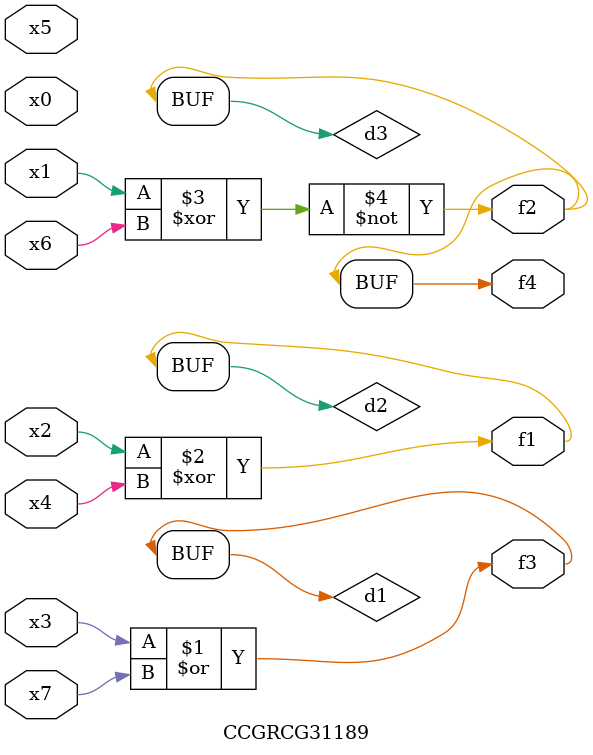
<source format=v>
module CCGRCG31189(
	input x0, x1, x2, x3, x4, x5, x6, x7,
	output f1, f2, f3, f4
);

	wire d1, d2, d3;

	or (d1, x3, x7);
	xor (d2, x2, x4);
	xnor (d3, x1, x6);
	assign f1 = d2;
	assign f2 = d3;
	assign f3 = d1;
	assign f4 = d3;
endmodule

</source>
